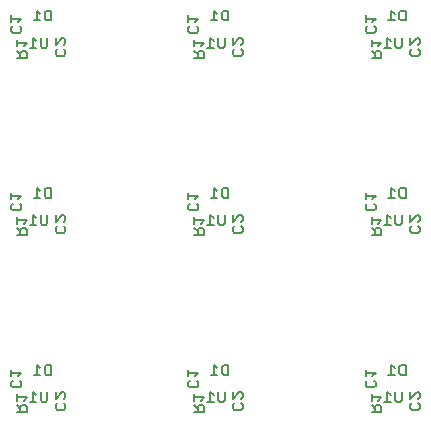
<source format=gbo>
G75*
%MOIN*%
%OFA0B0*%
%FSLAX24Y24*%
%IPPOS*%
%LPD*%
%AMOC8*
5,1,8,0,0,1.08239X$1,22.5*
%
%ADD10C,0.0070*%
D10*
X003406Y003396D02*
X003736Y003396D01*
X003736Y003561D01*
X003681Y003616D01*
X003571Y003616D01*
X003516Y003561D01*
X003516Y003396D01*
X003516Y003506D02*
X003406Y003616D01*
X003406Y003764D02*
X003406Y003985D01*
X003406Y003875D02*
X003736Y003875D01*
X003626Y003764D01*
X003825Y003725D02*
X004045Y003725D01*
X003935Y003725D02*
X003935Y004055D01*
X004045Y003945D01*
X004193Y004055D02*
X004193Y003780D01*
X004248Y003725D01*
X004359Y003725D01*
X004414Y003780D01*
X004414Y004055D01*
X004686Y004044D02*
X004686Y003823D01*
X004906Y004044D01*
X004961Y004044D01*
X005016Y003989D01*
X005016Y003879D01*
X004961Y003823D01*
X004961Y003675D02*
X005016Y003620D01*
X005016Y003510D01*
X004961Y003455D01*
X004741Y003455D01*
X004686Y003510D01*
X004686Y003620D01*
X004741Y003675D01*
X004545Y004631D02*
X004379Y004631D01*
X004324Y004686D01*
X004324Y004906D01*
X004379Y004961D01*
X004545Y004961D01*
X004545Y004631D01*
X004176Y004631D02*
X003956Y004631D01*
X004066Y004631D02*
X004066Y004961D01*
X004176Y004851D01*
X003541Y004691D02*
X003211Y004691D01*
X003211Y004581D02*
X003211Y004801D01*
X003431Y004581D02*
X003541Y004691D01*
X003486Y004433D02*
X003541Y004378D01*
X003541Y004268D01*
X003486Y004213D01*
X003266Y004213D01*
X003211Y004268D01*
X003211Y004378D01*
X003266Y004433D01*
X003406Y009302D02*
X003736Y009302D01*
X003736Y009467D01*
X003681Y009522D01*
X003571Y009522D01*
X003516Y009467D01*
X003516Y009302D01*
X003516Y009412D02*
X003406Y009522D01*
X003406Y009670D02*
X003406Y009890D01*
X003406Y009780D02*
X003736Y009780D01*
X003626Y009670D01*
X003825Y009630D02*
X004045Y009630D01*
X003935Y009630D02*
X003935Y009960D01*
X004045Y009850D01*
X004193Y009960D02*
X004193Y009685D01*
X004248Y009630D01*
X004359Y009630D01*
X004414Y009685D01*
X004414Y009960D01*
X004686Y009949D02*
X004686Y009729D01*
X004906Y009949D01*
X004961Y009949D01*
X005016Y009894D01*
X005016Y009784D01*
X004961Y009729D01*
X004961Y009581D02*
X005016Y009526D01*
X005016Y009416D01*
X004961Y009361D01*
X004741Y009361D01*
X004686Y009416D01*
X004686Y009526D01*
X004741Y009581D01*
X004545Y010537D02*
X004379Y010537D01*
X004324Y010592D01*
X004324Y010812D01*
X004379Y010867D01*
X004545Y010867D01*
X004545Y010537D01*
X004176Y010537D02*
X003956Y010537D01*
X004066Y010537D02*
X004066Y010867D01*
X004176Y010757D01*
X003541Y010596D02*
X003431Y010486D01*
X003541Y010596D02*
X003211Y010596D01*
X003211Y010486D02*
X003211Y010707D01*
X003266Y010338D02*
X003211Y010283D01*
X003211Y010173D01*
X003266Y010118D01*
X003486Y010118D01*
X003541Y010173D01*
X003541Y010283D01*
X003486Y010338D01*
X003516Y015207D02*
X003516Y015372D01*
X003571Y015427D01*
X003681Y015427D01*
X003736Y015372D01*
X003736Y015207D01*
X003406Y015207D01*
X003516Y015317D02*
X003406Y015427D01*
X003406Y015575D02*
X003406Y015796D01*
X003406Y015686D02*
X003736Y015686D01*
X003626Y015575D01*
X003825Y015536D02*
X004045Y015536D01*
X003935Y015536D02*
X003935Y015866D01*
X004045Y015756D01*
X004193Y015866D02*
X004193Y015591D01*
X004248Y015536D01*
X004359Y015536D01*
X004414Y015591D01*
X004414Y015866D01*
X004686Y015855D02*
X004686Y015634D01*
X004906Y015855D01*
X004961Y015855D01*
X005016Y015800D01*
X005016Y015690D01*
X004961Y015634D01*
X004961Y015486D02*
X005016Y015431D01*
X005016Y015321D01*
X004961Y015266D01*
X004741Y015266D01*
X004686Y015321D01*
X004686Y015431D01*
X004741Y015486D01*
X004545Y016442D02*
X004379Y016442D01*
X004324Y016497D01*
X004324Y016717D01*
X004379Y016772D01*
X004545Y016772D01*
X004545Y016442D01*
X004176Y016442D02*
X003956Y016442D01*
X004066Y016442D02*
X004066Y016772D01*
X004176Y016662D01*
X003541Y016502D02*
X003211Y016502D01*
X003211Y016392D02*
X003211Y016612D01*
X003431Y016392D02*
X003541Y016502D01*
X003486Y016244D02*
X003541Y016189D01*
X003541Y016079D01*
X003486Y016024D01*
X003266Y016024D01*
X003211Y016079D01*
X003211Y016189D01*
X003266Y016244D01*
X009116Y016189D02*
X009116Y016079D01*
X009171Y016024D01*
X009391Y016024D01*
X009446Y016079D01*
X009446Y016189D01*
X009391Y016244D01*
X009336Y016392D02*
X009446Y016502D01*
X009116Y016502D01*
X009116Y016392D02*
X009116Y016612D01*
X009171Y016244D02*
X009116Y016189D01*
X009312Y015796D02*
X009312Y015575D01*
X009312Y015686D02*
X009642Y015686D01*
X009532Y015575D01*
X009587Y015427D02*
X009477Y015427D01*
X009422Y015372D01*
X009422Y015207D01*
X009422Y015317D02*
X009312Y015427D01*
X009312Y015207D02*
X009642Y015207D01*
X009642Y015372D01*
X009587Y015427D01*
X009731Y015536D02*
X009951Y015536D01*
X009841Y015536D02*
X009841Y015866D01*
X009951Y015756D01*
X010099Y015866D02*
X010099Y015591D01*
X010154Y015536D01*
X010264Y015536D01*
X010319Y015591D01*
X010319Y015866D01*
X010591Y015855D02*
X010591Y015634D01*
X010811Y015855D01*
X010866Y015855D01*
X010922Y015800D01*
X010922Y015690D01*
X010866Y015634D01*
X010866Y015486D02*
X010922Y015431D01*
X010922Y015321D01*
X010866Y015266D01*
X010646Y015266D01*
X010591Y015321D01*
X010591Y015431D01*
X010646Y015486D01*
X010450Y016442D02*
X010285Y016442D01*
X010230Y016497D01*
X010230Y016717D01*
X010285Y016772D01*
X010450Y016772D01*
X010450Y016442D01*
X010082Y016442D02*
X009862Y016442D01*
X009972Y016442D02*
X009972Y016772D01*
X010082Y016662D01*
X015022Y016612D02*
X015022Y016392D01*
X015022Y016502D02*
X015352Y016502D01*
X015242Y016392D01*
X015297Y016244D02*
X015352Y016189D01*
X015352Y016079D01*
X015297Y016024D01*
X015077Y016024D01*
X015022Y016079D01*
X015022Y016189D01*
X015077Y016244D01*
X015217Y015796D02*
X015217Y015575D01*
X015217Y015686D02*
X015547Y015686D01*
X015437Y015575D01*
X015382Y015427D02*
X015327Y015372D01*
X015327Y015207D01*
X015217Y015207D02*
X015547Y015207D01*
X015547Y015372D01*
X015492Y015427D01*
X015382Y015427D01*
X015327Y015317D02*
X015217Y015427D01*
X015636Y015536D02*
X015856Y015536D01*
X015746Y015536D02*
X015746Y015866D01*
X015856Y015756D01*
X016004Y015866D02*
X016004Y015591D01*
X016059Y015536D01*
X016170Y015536D01*
X016225Y015591D01*
X016225Y015866D01*
X016497Y015855D02*
X016497Y015634D01*
X016717Y015855D01*
X016772Y015855D01*
X016827Y015800D01*
X016827Y015690D01*
X016772Y015634D01*
X016772Y015486D02*
X016827Y015431D01*
X016827Y015321D01*
X016772Y015266D01*
X016552Y015266D01*
X016497Y015321D01*
X016497Y015431D01*
X016552Y015486D01*
X016356Y016442D02*
X016190Y016442D01*
X016135Y016497D01*
X016135Y016717D01*
X016190Y016772D01*
X016356Y016772D01*
X016356Y016442D01*
X015987Y016442D02*
X015767Y016442D01*
X015877Y016442D02*
X015877Y016772D01*
X015987Y016662D01*
X015877Y010867D02*
X015877Y010537D01*
X015987Y010537D02*
X015767Y010537D01*
X015987Y010757D02*
X015877Y010867D01*
X016135Y010812D02*
X016135Y010592D01*
X016190Y010537D01*
X016356Y010537D01*
X016356Y010867D01*
X016190Y010867D01*
X016135Y010812D01*
X015352Y010596D02*
X015022Y010596D01*
X015022Y010486D02*
X015022Y010707D01*
X015242Y010486D02*
X015352Y010596D01*
X015297Y010338D02*
X015352Y010283D01*
X015352Y010173D01*
X015297Y010118D01*
X015077Y010118D01*
X015022Y010173D01*
X015022Y010283D01*
X015077Y010338D01*
X015217Y009890D02*
X015217Y009670D01*
X015217Y009780D02*
X015547Y009780D01*
X015437Y009670D01*
X015382Y009522D02*
X015327Y009467D01*
X015327Y009302D01*
X015327Y009412D02*
X015217Y009522D01*
X015382Y009522D02*
X015492Y009522D01*
X015547Y009467D01*
X015547Y009302D01*
X015217Y009302D01*
X015636Y009630D02*
X015856Y009630D01*
X015746Y009630D02*
X015746Y009960D01*
X015856Y009850D01*
X016004Y009960D02*
X016004Y009685D01*
X016059Y009630D01*
X016170Y009630D01*
X016225Y009685D01*
X016225Y009960D01*
X016497Y009949D02*
X016497Y009729D01*
X016717Y009949D01*
X016772Y009949D01*
X016827Y009894D01*
X016827Y009784D01*
X016772Y009729D01*
X016772Y009581D02*
X016827Y009526D01*
X016827Y009416D01*
X016772Y009361D01*
X016552Y009361D01*
X016497Y009416D01*
X016497Y009526D01*
X016552Y009581D01*
X016356Y004961D02*
X016190Y004961D01*
X016135Y004906D01*
X016135Y004686D01*
X016190Y004631D01*
X016356Y004631D01*
X016356Y004961D01*
X015987Y004851D02*
X015877Y004961D01*
X015877Y004631D01*
X015987Y004631D02*
X015767Y004631D01*
X015352Y004691D02*
X015022Y004691D01*
X015022Y004581D02*
X015022Y004801D01*
X015242Y004581D02*
X015352Y004691D01*
X015297Y004433D02*
X015352Y004378D01*
X015352Y004268D01*
X015297Y004213D01*
X015077Y004213D01*
X015022Y004268D01*
X015022Y004378D01*
X015077Y004433D01*
X015217Y003985D02*
X015217Y003764D01*
X015217Y003875D02*
X015547Y003875D01*
X015437Y003764D01*
X015382Y003616D02*
X015327Y003561D01*
X015327Y003396D01*
X015217Y003396D02*
X015547Y003396D01*
X015547Y003561D01*
X015492Y003616D01*
X015382Y003616D01*
X015327Y003506D02*
X015217Y003616D01*
X015636Y003725D02*
X015856Y003725D01*
X015746Y003725D02*
X015746Y004055D01*
X015856Y003945D01*
X016004Y004055D02*
X016004Y003780D01*
X016059Y003725D01*
X016170Y003725D01*
X016225Y003780D01*
X016225Y004055D01*
X016497Y004044D02*
X016497Y003823D01*
X016717Y004044D01*
X016772Y004044D01*
X016827Y003989D01*
X016827Y003879D01*
X016772Y003823D01*
X016772Y003675D02*
X016827Y003620D01*
X016827Y003510D01*
X016772Y003455D01*
X016552Y003455D01*
X016497Y003510D01*
X016497Y003620D01*
X016552Y003675D01*
X010922Y003620D02*
X010922Y003510D01*
X010866Y003455D01*
X010646Y003455D01*
X010591Y003510D01*
X010591Y003620D01*
X010646Y003675D01*
X010591Y003823D02*
X010811Y004044D01*
X010866Y004044D01*
X010922Y003989D01*
X010922Y003879D01*
X010866Y003823D01*
X010866Y003675D02*
X010922Y003620D01*
X010591Y003823D02*
X010591Y004044D01*
X010319Y004055D02*
X010319Y003780D01*
X010264Y003725D01*
X010154Y003725D01*
X010099Y003780D01*
X010099Y004055D01*
X009951Y003945D02*
X009841Y004055D01*
X009841Y003725D01*
X009951Y003725D02*
X009731Y003725D01*
X009642Y003875D02*
X009312Y003875D01*
X009312Y003985D02*
X009312Y003764D01*
X009312Y003616D02*
X009422Y003506D01*
X009422Y003561D02*
X009422Y003396D01*
X009312Y003396D02*
X009642Y003396D01*
X009642Y003561D01*
X009587Y003616D01*
X009477Y003616D01*
X009422Y003561D01*
X009532Y003764D02*
X009642Y003875D01*
X009391Y004213D02*
X009171Y004213D01*
X009116Y004268D01*
X009116Y004378D01*
X009171Y004433D01*
X009116Y004581D02*
X009116Y004801D01*
X009116Y004691D02*
X009446Y004691D01*
X009336Y004581D01*
X009391Y004433D02*
X009446Y004378D01*
X009446Y004268D01*
X009391Y004213D01*
X009862Y004631D02*
X010082Y004631D01*
X009972Y004631D02*
X009972Y004961D01*
X010082Y004851D01*
X010230Y004906D02*
X010230Y004686D01*
X010285Y004631D01*
X010450Y004631D01*
X010450Y004961D01*
X010285Y004961D01*
X010230Y004906D01*
X009642Y009302D02*
X009312Y009302D01*
X009422Y009302D02*
X009422Y009467D01*
X009477Y009522D01*
X009587Y009522D01*
X009642Y009467D01*
X009642Y009302D01*
X009422Y009412D02*
X009312Y009522D01*
X009312Y009670D02*
X009312Y009890D01*
X009312Y009780D02*
X009642Y009780D01*
X009532Y009670D01*
X009731Y009630D02*
X009951Y009630D01*
X009841Y009630D02*
X009841Y009960D01*
X009951Y009850D01*
X010099Y009960D02*
X010099Y009685D01*
X010154Y009630D01*
X010264Y009630D01*
X010319Y009685D01*
X010319Y009960D01*
X010591Y009949D02*
X010591Y009729D01*
X010811Y009949D01*
X010866Y009949D01*
X010922Y009894D01*
X010922Y009784D01*
X010866Y009729D01*
X010866Y009581D02*
X010922Y009526D01*
X010922Y009416D01*
X010866Y009361D01*
X010646Y009361D01*
X010591Y009416D01*
X010591Y009526D01*
X010646Y009581D01*
X010450Y010537D02*
X010285Y010537D01*
X010230Y010592D01*
X010230Y010812D01*
X010285Y010867D01*
X010450Y010867D01*
X010450Y010537D01*
X010082Y010537D02*
X009862Y010537D01*
X009972Y010537D02*
X009972Y010867D01*
X010082Y010757D01*
X009446Y010596D02*
X009116Y010596D01*
X009116Y010486D02*
X009116Y010707D01*
X009336Y010486D02*
X009446Y010596D01*
X009391Y010338D02*
X009446Y010283D01*
X009446Y010173D01*
X009391Y010118D01*
X009171Y010118D01*
X009116Y010173D01*
X009116Y010283D01*
X009171Y010338D01*
M02*

</source>
